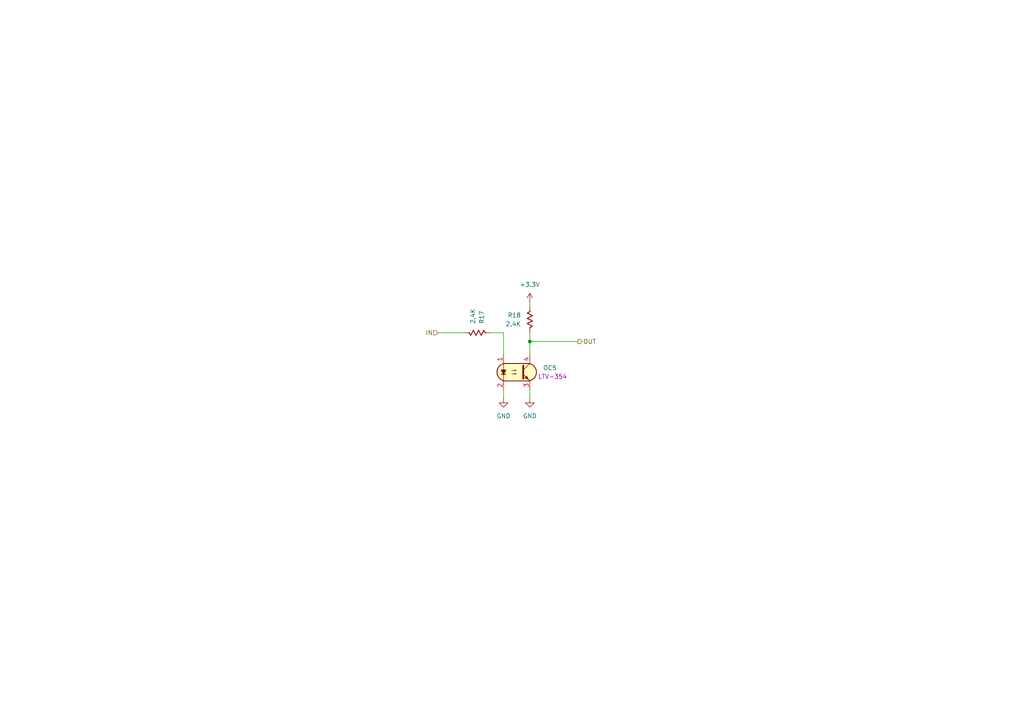
<source format=kicad_sch>
(kicad_sch (version 20250114) (generator "eeschema") (generator_version "9.0")
  (paper "A4")
  (lib_symbols
    (symbol "GP8211S-TC50:R_0603" (pin_numbers (hide yes)) (pin_names (offset 0))
      (property "Reference" "R" (at 2.54 1.27 0))
      (property "Value" "R_0603" (at 2.54 -1.27 0))
      (symbol "R_0603_0_1"
        (polyline (pts (xy 0 2.286) (xy 0 2.54)) (stroke (width 0.254)))
        (polyline (pts (xy 0 2.286) (xy 0.762 1.905) (xy -0.762 1.143) (xy 0 0.762) (xy 0.762 0.381) (xy 0 0) (xy -0.762 -0.381) (xy 0 -0.762) (xy 0.762 -1.143) (xy 0 -1.524) (xy -0.762 -1.905) (xy 0 -2.286)) (stroke (width 0.254)))
        (polyline (pts (xy 0 -2.286) (xy 0 -2.54)) (stroke (width 0.254)))
      )
      (symbol "R_0603_0_2"
        (polyline (pts (xy -2.54 -2.54) (xy -1.778 -1.778)))
        (polyline (pts (xy -1.778 -1.778) (xy -1.524 -1.524)) (stroke (width 0.254)))
        (polyline (pts (xy -1.524 -1.524) (xy -1.778 -0.762) (xy -1.016 -1.016)) (stroke (width 0.254)))
        (polyline (pts (xy -0.508 -0.508) (xy -0.762 0.254) (xy 0 0)) (stroke (width 0.254)))
        (polyline (pts (xy -0.508 -0.508) (xy -0.254 -1.27) (xy -1.016 -1.016)) (stroke (width 0.254)))
        (polyline (pts (xy 0.508 0.508) (xy 0.254 1.27) (xy 1.016 1.016)) (stroke (width 0.254)))
        (polyline (pts (xy 0.508 0.508) (xy 0.762 -0.254) (xy 0 0)) (stroke (width 0.254)))
        (polyline (pts (xy 1.524 1.524) (xy 1.778 0.762) (xy 1.016 1.016)) (stroke (width 0.254)))
        (polyline (pts (xy 1.778 1.778) (xy 1.524 1.524)) (stroke (width 0.254)))
        (polyline (pts (xy 1.778 1.778) (xy 2.54 2.54)))
      )
      (symbol "R_0603_1_1"
        (pin passive line (at 0 3.81 270) (length 1.27) (name "~") (number "1"))
        (pin passive line (at 0 -3.81 90) (length 1.27) (name "~") (number "2"))
      )
      (symbol "R_0603_1_2"
        (pin passive line (at -2.54 -2.54 0) (length 0) (name "") (number "2"))
        (pin passive line (at 2.54 2.54 180) (length 0) (name "") (number "1"))
      )
    )
    (symbol "Optocoupler_AKL:FOD817S" (pin_names (offset 1.016))
      (property "Reference" "OC" (at 6.35 1.27 0))
      (property "Value" "FOD817S" (at 6.35 -1.27 0))
      (symbol "FOD817S_0_1"
        (polyline (pts (xy -4.445 -0.635) (xy -3.175 -0.635)) (stroke (width 0.254)))
        (polyline (pts (xy -3.81 -0.635) (xy -4.445 0.635) (xy -3.175 0.635) (xy -3.81 -0.635)) (stroke (width 0.254)) (fill (type outline)))
        (polyline (pts (xy -3.81 -2.54) (xy -3.81 -1.27) (xy -3.81 2.54)) (stroke (width 0.1524)))
        (polyline (pts (xy -3.175 2.54) (xy 3.175 2.54)) (stroke (width 0.254)))
        (arc (start -3.1975 -2.54) (mid -5.7151 0) (end -3.1975 2.54) (stroke (width 0.254)))
        (polyline (pts (xy -2.54 2.54) (xy 3.429 2.54) (xy 4.318 2.286) (xy 4.699 2.032) (xy 5.08 1.651) (xy 5.461 1.016) (xy 5.715 0.381) (xy 5.715 -0.381) (xy 5.461 -1.143) (xy 4.826 -1.905) (xy 4.191 -2.286) (xy 3.302 -2.54) (xy -3.81 -2.54) (xy -3.81 -2.54) (xy -4.572 -2.032) (xy -5.08 -1.778) (xy -5.588 -0.508) (xy -5.588 0.254) (xy -5.588 1.016) (xy -5.08 1.778) (xy -4.318 2.286) (xy -3.556 2.54) (xy -2.54 2.54)) (stroke (width 0.01)) (fill (type background)))
        (polyline (pts (xy -1.397 0.508) (xy -0.127 0.508) (xy -0.508 0.381) (xy -0.508 0.635) (xy -0.127 0.508)))
        (polyline (pts (xy -1.397 -0.508) (xy -0.127 -0.508) (xy -0.508 -0.635) (xy -0.508 -0.381) (xy -0.127 -0.508)))
        (polyline (pts (xy 1.905 1.905) (xy 1.905 -1.905) (xy 1.905 -1.905)) (stroke (width 0.508)))
        (polyline (pts (xy 1.905 0.635) (xy 3.81 2.54)))
        (polyline (pts (xy 2.413 -1.651) (xy 2.921 -1.143) (xy 3.429 -2.159) (xy 2.413 -1.651) (xy 2.413 -1.651)) (fill (type outline)))
        (arc (start 3.1975 2.54) (mid 5.7151 0) (end 3.1975 -2.54) (stroke (width 0.254)))
        (polyline (pts (xy 3.175 -2.54) (xy -3.175 -2.54)) (stroke (width 0.254)))
        (polyline (pts (xy 3.81 -2.54) (xy 1.905 -0.635)) (fill (type outline)))
      )
      (symbol "FOD817S_1_1"
        (pin passive line (at -3.81 5.08 270) (length 2.54) (name "~") (number "1"))
        (pin passive line (at -3.81 -5.08 90) (length 2.54) (name "~") (number "2"))
        (pin passive line (at 3.81 5.08 270) (length 2.54) (name "~") (number "4"))
        (pin passive line (at 3.81 -5.08 90) (length 2.54) (name "~") (number "3"))
      )
    )
    (symbol "power:+3.3V" (power) (pin_numbers (hide yes)) (pin_names (offset 0) (hide yes))
      (property "Value" "+3.3V" (at 0 3.556 0))
      (symbol "+3.3V_0_1"
        (polyline (pts (xy -0.762 1.27) (xy 0 2.54)))
        (polyline (pts (xy 0 2.54) (xy 0.762 1.27)))
        (polyline (pts (xy 0 0) (xy 0 2.54)))
      )
      (symbol "+3.3V_1_1"
        (pin power_in line (at 0 0 90) (length 0) (name "~") (number "1"))
      )
    )
    (symbol "power:GND" (power) (pin_numbers (hide yes)) (pin_names (offset 0) (hide yes))
      (property "Value" "GND" (at 0 -3.81 0))
      (symbol "GND_0_1"
        (polyline (pts (xy 0 0) (xy 0 -1.27) (xy 1.27 -1.27) (xy 0 -2.54) (xy -1.27 -1.27) (xy 0 -1.27)))
      )
      (symbol "GND_1_1"
        (pin power_in line (at 0 0 270) (length 0) (name "~") (number "1"))
      )
    )
  )
  (junction (at 153.67 99.06))
  (wire (pts (xy 146.05 96.52) (xy 146.05 102.87)))
  (wire (pts (xy 127 96.52) (xy 134.62 96.52)))
  (wire (pts (xy 142.24 96.52) (xy 146.05 96.52)))
  (wire (pts (xy 153.67 113.03) (xy 153.67 115.57)))
  (wire (pts (xy 153.67 96.52) (xy 153.67 99.06)))
  (wire (pts (xy 153.67 87.63) (xy 153.67 88.9)))
  (wire (pts (xy 146.05 113.03) (xy 146.05 115.57)))
  (wire (pts (xy 153.67 99.06) (xy 153.67 102.87)))
  (wire (pts (xy 153.67 99.06) (xy 167.64 99.06)))
  (hierarchical_label "IN" (shape input) (at 127 96.52 180))
  (hierarchical_label "OUT" (shape output) (at 167.64 99.06 0))
  (symbol (lib_id "power:GND") (at 146.05 115.57 0) (unit 1)
    (property "Reference" "#PWR032" (effects (hide yes)))
    (property "Value" "GND" (at 146.05 120.65 0))
    (property "Description" "Power symbol creates a global label with name \"GND\" , ground" (effects (hide yes)))
  )
  (symbol (lib_id "GP8211S-TC50:R_0603") (at 153.67 92.71 0) (mirror x) (unit 1)
    (property "Reference" "R18" (at 151.13 91.4399 0) (effects (justify right)))
    (property "Value" "2.4K" (at 151.13 93.9799 0) (effects (justify right)))
    (property "Footprint" "PCM_Resistor_SMD_AKL:R_0603_1608Metric" (effects (hide yes)))
    (property "Description" "SMD 0603 Chip Resistor, US Symbol, Alternate KiCad Library" (effects (hide yes)))
  )
  (symbol (lib_id "GP8211S-TC50:R_0603") (at 138.43 96.52 90) (mirror x) (unit 1)
    (property "Reference" "R17" (at 139.7001 93.98 0) (effects (justify right)))
    (property "Value" "2.4K" (at 137.1601 93.98 0) (effects (justify right)))
    (property "Footprint" "PCM_Resistor_SMD_AKL:R_0603_1608Metric" (effects (hide yes)))
    (property "Description" "SMD 0603 Chip Resistor, US Symbol, Alternate KiCad Library" (effects (hide yes)))
  )
  (symbol (lib_id "Optocoupler_AKL:FOD817S") (at 149.86 107.95 0) (unit 1)
    (property "Reference" "OC5" (at 157.48 106.6799 0) (effects (justify left)))
    (property "Value" "FOD817S" (effects (hide yes)))
    (property "Footprint" "Package_DIP_AKL:SMDIP-4_W9.53mm" (effects (hide yes)))
    (property "Datasheet" "https://www.tme.eu/Document/3a0358906a5fcb3aa253d025de809a1d/FOD814300W.PDF" (effects (hide yes)))
    (property "Description" "SMDIP-4 Optocoupler, Transistor output, 5kV, 8us, Alternate KiCAD Library" (effects (hide yes)))
    (property "Part Number" "LTV-354" (at 160.274 109.22 0))
  )
  (symbol (lib_id "power:+3.3V") (at 153.67 87.63 0) (unit 1)
    (property "Reference" "#PWR033" (effects (hide yes)))
    (property "Value" "+3.3V" (at 153.67 82.55 0))
    (property "Description" "Power symbol creates a global label with name \"+3.3V\"" (effects (hide yes)))
  )
  (symbol (lib_id "power:GND") (at 153.67 115.57 0) (unit 1)
    (property "Reference" "#PWR034" (effects (hide yes)))
    (property "Value" "GND" (at 153.67 120.65 0))
    (property "Description" "Power symbol creates a global label with name \"GND\" , ground" (effects (hide yes)))
  )
)
</source>
